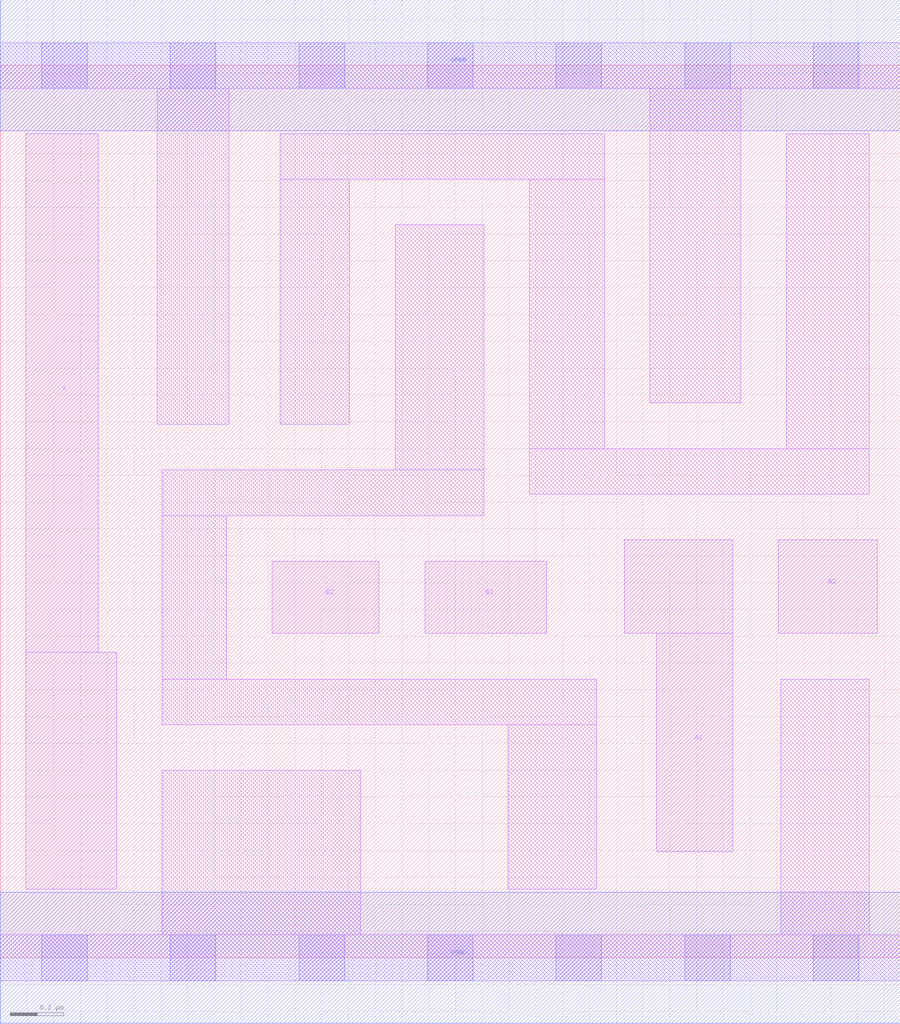
<source format=lef>
# Copyright 2020 The SkyWater PDK Authors
#
# Licensed under the Apache License, Version 2.0 (the "License");
# you may not use this file except in compliance with the License.
# You may obtain a copy of the License at
#
#     https://www.apache.org/licenses/LICENSE-2.0
#
# Unless required by applicable law or agreed to in writing, software
# distributed under the License is distributed on an "AS IS" BASIS,
# WITHOUT WARRANTIES OR CONDITIONS OF ANY KIND, either express or implied.
# See the License for the specific language governing permissions and
# limitations under the License.
#
# SPDX-License-Identifier: Apache-2.0

VERSION 5.7 ;
  NAMESCASESENSITIVE ON ;
  NOWIREEXTENSIONATPIN ON ;
  DIVIDERCHAR "/" ;
  BUSBITCHARS "[]" ;
UNITS
  DATABASE MICRONS 200 ;
END UNITS
MACRO sky130_fd_sc_lp__a22o_1
  CLASS CORE ;
  FOREIGN sky130_fd_sc_lp__a22o_1 ;
  ORIGIN  0.000000  0.000000 ;
  SIZE  3.360000 BY  3.330000 ;
  SYMMETRY X Y R90 ;
  SITE unit ;
  PIN A1
    ANTENNAGATEAREA  0.315000 ;
    DIRECTION INPUT ;
    USE SIGNAL ;
    PORT
      LAYER li1 ;
        RECT 2.330000 1.210000 2.735000 1.560000 ;
        RECT 2.450000 0.395000 2.735000 1.210000 ;
    END
  END A1
  PIN A2
    ANTENNAGATEAREA  0.315000 ;
    DIRECTION INPUT ;
    USE SIGNAL ;
    PORT
      LAYER li1 ;
        RECT 2.905000 1.210000 3.275000 1.560000 ;
    END
  END A2
  PIN B1
    ANTENNAGATEAREA  0.315000 ;
    DIRECTION INPUT ;
    USE SIGNAL ;
    PORT
      LAYER li1 ;
        RECT 1.585000 1.210000 2.040000 1.480000 ;
    END
  END B1
  PIN B2
    ANTENNAGATEAREA  0.315000 ;
    DIRECTION INPUT ;
    USE SIGNAL ;
    PORT
      LAYER li1 ;
        RECT 1.015000 1.210000 1.415000 1.480000 ;
    END
  END B2
  PIN X
    ANTENNADIFFAREA  0.556500 ;
    DIRECTION OUTPUT ;
    USE SIGNAL ;
    PORT
      LAYER li1 ;
        RECT 0.095000 0.255000 0.435000 1.140000 ;
        RECT 0.095000 1.140000 0.365000 3.075000 ;
    END
  END X
  PIN VGND
    DIRECTION INOUT ;
    USE GROUND ;
    PORT
      LAYER met1 ;
        RECT 0.000000 -0.245000 3.360000 0.245000 ;
    END
  END VGND
  PIN VPWR
    DIRECTION INOUT ;
    USE POWER ;
    PORT
      LAYER met1 ;
        RECT 0.000000 3.085000 3.360000 3.575000 ;
    END
  END VPWR
  OBS
    LAYER li1 ;
      RECT 0.000000 -0.085000 3.360000 0.085000 ;
      RECT 0.000000  3.245000 3.360000 3.415000 ;
      RECT 0.585000  1.990000 0.855000 3.245000 ;
      RECT 0.605000  0.085000 1.345000 0.700000 ;
      RECT 0.605000  0.870000 2.225000 1.040000 ;
      RECT 0.605000  1.040000 0.845000 1.650000 ;
      RECT 0.605000  1.650000 1.805000 1.820000 ;
      RECT 1.045000  1.990000 1.305000 2.905000 ;
      RECT 1.045000  2.905000 2.255000 3.075000 ;
      RECT 1.475000  1.820000 1.805000 2.735000 ;
      RECT 1.895000  0.255000 2.225000 0.870000 ;
      RECT 1.975000  1.730000 3.245000 1.900000 ;
      RECT 1.975000  1.900000 2.255000 2.905000 ;
      RECT 2.425000  2.070000 2.765000 3.245000 ;
      RECT 2.915000  0.085000 3.245000 1.040000 ;
      RECT 2.935000  1.900000 3.245000 3.075000 ;
    LAYER mcon ;
      RECT 0.155000 -0.085000 0.325000 0.085000 ;
      RECT 0.155000  3.245000 0.325000 3.415000 ;
      RECT 0.635000 -0.085000 0.805000 0.085000 ;
      RECT 0.635000  3.245000 0.805000 3.415000 ;
      RECT 1.115000 -0.085000 1.285000 0.085000 ;
      RECT 1.115000  3.245000 1.285000 3.415000 ;
      RECT 1.595000 -0.085000 1.765000 0.085000 ;
      RECT 1.595000  3.245000 1.765000 3.415000 ;
      RECT 2.075000 -0.085000 2.245000 0.085000 ;
      RECT 2.075000  3.245000 2.245000 3.415000 ;
      RECT 2.555000 -0.085000 2.725000 0.085000 ;
      RECT 2.555000  3.245000 2.725000 3.415000 ;
      RECT 3.035000 -0.085000 3.205000 0.085000 ;
      RECT 3.035000  3.245000 3.205000 3.415000 ;
  END
END sky130_fd_sc_lp__a22o_1
END LIBRARY

</source>
